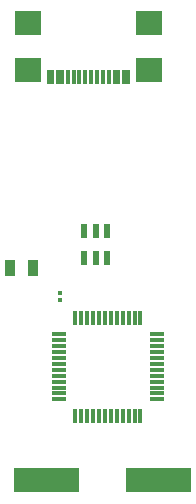
<source format=gtp>
G04*
G04 #@! TF.GenerationSoftware,Altium Limited,Altium Designer,25.8.1 (18)*
G04*
G04 Layer_Color=8421504*
%FSLAX44Y44*%
%MOMM*%
G71*
G04*
G04 #@! TF.SameCoordinates,26A691C8-8527-417C-A7E6-5B3A698584CC*
G04*
G04*
G04 #@! TF.FilePolarity,Positive*
G04*
G01*
G75*
%ADD14R,0.9300X1.4200*%
%ADD15R,1.2000X0.3000*%
%ADD16R,0.3000X1.2000*%
%ADD17R,0.6000X1.2000*%
%ADD18R,0.4000X0.3500*%
%ADD19R,0.3000X1.1500*%
%ADD20R,2.1800X2.0000*%
G36*
X382589Y610564D02*
Y630564D01*
X437589D01*
Y610564D01*
X382589D01*
D02*
G37*
G36*
X477589D02*
Y630564D01*
X532589D01*
Y610564D01*
X477589D01*
D02*
G37*
D14*
X398790Y800000D02*
D03*
X379210D02*
D03*
D15*
X503500Y694000D02*
D03*
Y689000D02*
D03*
Y699000D02*
D03*
X420500Y724000D02*
D03*
Y729000D02*
D03*
Y734000D02*
D03*
Y739000D02*
D03*
Y744000D02*
D03*
Y719000D02*
D03*
Y714000D02*
D03*
Y704000D02*
D03*
Y699000D02*
D03*
X503500Y724000D02*
D03*
Y729000D02*
D03*
Y734000D02*
D03*
Y719000D02*
D03*
Y714000D02*
D03*
Y709000D02*
D03*
Y704000D02*
D03*
X420500Y689000D02*
D03*
X503500Y744000D02*
D03*
Y739000D02*
D03*
X420500Y694000D02*
D03*
Y709000D02*
D03*
D16*
X459500Y675000D02*
D03*
X454500D02*
D03*
X444500Y758000D02*
D03*
X449500D02*
D03*
X454500D02*
D03*
X459500D02*
D03*
X464500D02*
D03*
X469500D02*
D03*
X474500D02*
D03*
X479500D02*
D03*
X484500D02*
D03*
X489500D02*
D03*
Y675000D02*
D03*
X484500D02*
D03*
X479500D02*
D03*
X464500D02*
D03*
X449500D02*
D03*
X444500D02*
D03*
X439500D02*
D03*
X434500D02*
D03*
X474500D02*
D03*
X434500Y758000D02*
D03*
X439500D02*
D03*
X469500Y675000D02*
D03*
D17*
X461009Y831814D02*
D03*
Y808814D02*
D03*
X442009D02*
D03*
Y831814D02*
D03*
X451509D02*
D03*
Y808814D02*
D03*
D18*
X421584Y778877D02*
D03*
Y772877D02*
D03*
D19*
X427840Y962284D02*
D03*
X457840D02*
D03*
X467840D02*
D03*
X462840D02*
D03*
X452840D02*
D03*
X437840D02*
D03*
X422840D02*
D03*
X419840D02*
D03*
X432840D02*
D03*
X442840D02*
D03*
X447840D02*
D03*
X470840D02*
D03*
X478839D02*
D03*
X411839D02*
D03*
X414840D02*
D03*
X475840D02*
D03*
D20*
X496440Y1007334D02*
D03*
X394240D02*
D03*
X496440Y968034D02*
D03*
X394240D02*
D03*
M02*

</source>
